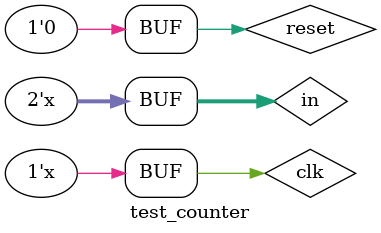
<source format=v>
module tens_count (U, T, in, Clock, reset);
	input Clock, reset;
	input [1:0] in;
	output [3:0] U, T;
	
	reg [3:0] T;
	
	parameter [3:0] _0 = 4'b0000,
				 _1 = 4'b0001,
				 _2 = 4'b0010,
				 _3 = 4'b0011,
				 _4 = 4'b0100,
				 _5 = 4'b0101,
				 _6 = 4'b0110,
				 _7 = 4'b0111,
				 _8 = 4'b1000,
				 _9 = 4'b1001;
	
	wire inc;
	counter_4b c_4 (U, inc, Clock, in, reset);
	
	wire [3:0] PS;
	reg [3:0] NS;
	
	always @(inc or PS)
		case (PS)
			_0: if (inc == 1'b1) NS = _1; else NS = _0;
			_1: if (inc == 1'b1) NS = _2; else NS = _1;
			_2: if (inc == 1'b1) NS = _3; else NS = _2;
			_3: if (inc == 1'b1) NS = _4; else NS = _3;
			_4: if (inc == 1'b1) NS = _5; else NS = _4;
			_5: if (inc == 1'b1) NS = _6; else NS = _5;
			_6: if (inc == 1'b1) NS = _7; else NS = _6;
			_7: if (inc == 1'b1) NS = _8; else NS = _7;
			_8: if (inc == 1'b1) NS = _9; else NS = _8;
			_9: if (inc == 1'b1) NS = _0; else NS = _9;
			default:
				NS = 4'bx;
		endcase
			
	always @(PS)
		case (PS)
			_0: T = PS;
			_1: T = PS;
			_2: T = PS;
			_3: T = PS;
			_4: T = PS;
			_5: T = PS;
			_6: T = PS;
			_7: T = PS;
			_8: T = PS;
			_9: T = PS;
			default:
				T = 4'bx;
		endcase
		
	D_FF dff0(PS[0], NS[0], reset, Clock);
	D_FF dff1(PS[1], NS[1], reset, Clock);
	D_FF dff2(PS[2], NS[2], reset, Clock);
	D_FF dff3(PS[3], NS[3], reset, Clock);
endmodule

module counter_4b (U, INC, Clock, in, reset);
	output [3:0] U;
	output INC;
	input [1:0] in;
	input Clock, reset;
	
	wire [3:0] PS;
	reg [3:0] NS;
	reg [3:0] U;
	reg INC;
	
	parameter [1:0] no =2 'b00, p1 = 2'b01, p2 = 2'b10, n2 = 2'b11;
	parameter [3:0] _0 = 4'b0000,
				 _1 = 4'b0001,
				 _2 = 4'b0010,
				 _3 = 4'b0011,
				 _4 = 4'b0100,
				 _5 = 4'b0101,
				 _6 = 4'b0110,
				 _7 = 4'b0111,
				 _8 = 4'b1000,
				 _9 = 4'b1001,
				 
				 i_0 = 4'b1010,
				 i_1 = 4'b1011;
				 
	
	always @(in or PS)
		case (PS)
			_0: 
				begin
					case (in)
						p1: NS = _1;
						p2: NS = _2;
						default NS = _0;
					endcase
				end
			_1:
				begin
					case (in)
						p1: NS = _2;
						p2: NS = _3;
						n2: NS = _0;
						default NS = _1;
					endcase
				end
			_2:
				begin
					case (in)
						p1: NS = _3;
						p2: NS = _4;
						n2: NS = _0;
						default NS = _2;
					endcase
				end
			_3:
				begin
					case (in)
						p1: NS = _4;
						p2: NS = _5;
						n2: NS = _1;
						default NS = _3;
					endcase
				end
			_4:
				begin
					case (in)
						p1: NS = _5;
						p2: NS = _6;
						n2: NS = _2;
						default NS = _4;
					endcase
				end
			_5:
				begin
					case (in)
						p1: NS = _6;
						p2: NS = _7;
						n2: NS = _3;
						default NS = _5;
					endcase
				end
			_6:
				begin
					case (in)
						p1: NS = _7;
						p2: NS = _8;
						n2: NS = _4;
						default NS = _6;
					endcase
				end
			_7:
				begin
					case (in)
						p1: NS = _8;
						p2: NS = _9;
						n2: NS = _5;
						default NS = _7;
					endcase
				end
			_8:
				begin
					case (in)
						p1: NS = _9;
						p2: begin NS = i_0; end
						n2: NS = _6;
						default NS = _8;
					endcase
				end
			_9:
				begin
					case (in)
						p1: begin NS = i_0; end
						p2: begin NS = i_1; end
						n2: NS = _7;
						default NS = _9;
					endcase
				end
			i_0:
				begin
					NS = _0;
				end
			i_1:
				begin
					NS = _1;
				end
			default: 
				begin
					NS = 3'bxxx;
				end
		endcase
		
	always @(PS)
		case(PS)
			_0 : begin U = PS; INC = 0; end
			_1 : begin U = PS; INC = 0; end
			_2 : begin U = PS; INC = 0; end
			_3 : begin U = PS; INC = 0; end
			_4 : begin U = PS; INC = 0; end
			_5 : begin U = PS; INC = 0; end
			_6 : begin U = PS; INC = 0; end
		   _7 : begin U = PS; INC = 0; end
		   _8 : begin U = PS; INC = 0; end
		   _9 : begin U = PS; INC = 0; end
			i_0 : begin U = _0; INC = 1; end
			i_1 : begin U = _1; INC = 1; end
			default:
				begin
					U = 4'bx;
					INC = 1'b0;
				end
		endcase
		
	D_FF dff0(PS[0], NS[0], reset, Clock);
	D_FF dff1(PS[1], NS[1], reset, Clock);
	D_FF dff2(PS[2], NS[2], reset, Clock);
	D_FF dff3(PS[3], NS[3], reset, Clock);
	
endmodule 

module test_counter;
	reg clk, reset;
	reg [1:0] in;
	wire [3:0] u, t;
	wire inc;
	
	tens_count ct (u, t, in, clk, reset, inc);
	parameter cc = 10;
	
	always
		#cc clk = ~clk;
		
	always
		#(4*cc) in <= in + 1;
		
	initial
	begin
		reset = 1;
		clk = 0;
		in = 0;
		#cc reset = 0;
	end
	
endmodule 
</source>
